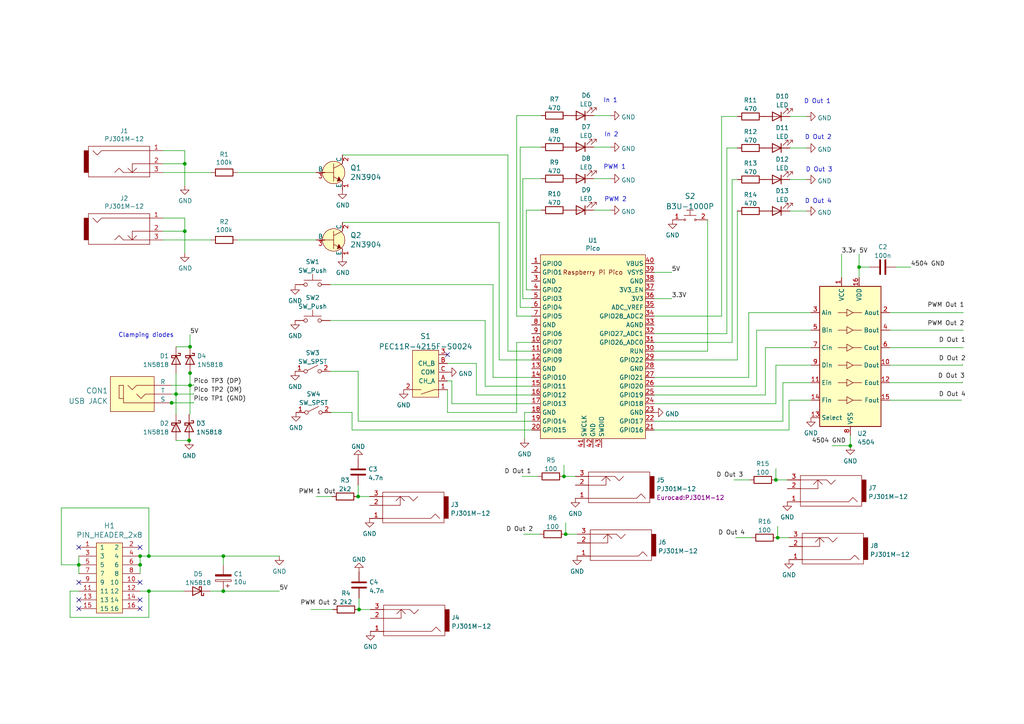
<source format=kicad_sch>
(kicad_sch (version 20211123) (generator eeschema)
  (paper "A4")
  (lib_symbols
    (symbol "4xxx:4504"
      (property "Reference" "U" (at -7.62 21.59 0))
      (property "Value" "4504" (at 6.35 21.59 0))
      (symbol "4504_0_1"
        (polyline (pts (xy -3.556 -12.7) (xy -1.016 -12.7)))
        (polyline (pts (xy -3.556 -7.62) (xy -1.016 -7.62)))
        (polyline (pts (xy -3.556 -2.54) (xy -1.016 -2.54)))
        (polyline (pts (xy -3.556 2.54) (xy -1.016 2.54)))
        (polyline (pts (xy -3.556 7.62) (xy -1.016 7.62)))
        (polyline (pts (xy -3.556 12.7) (xy -1.016 12.7)))
        (polyline (pts (xy 0.762 -12.7) (xy 3.302 -12.7)))
        (polyline (pts (xy 0.762 -7.62) (xy 3.302 -7.62)))
        (polyline (pts (xy 0.762 -2.54) (xy 3.302 -2.54)))
        (polyline (pts (xy 0.762 2.54) (xy 3.302 2.54)))
        (polyline (pts (xy 0.762 7.62) (xy 3.302 7.62)))
        (polyline (pts (xy 0.762 12.7) (xy 3.302 12.7)))
      )
      (symbol "4504_1_1"
        (rectangle (start -8.89 20.32) (end 8.89 -20.32) (stroke (width 0.254)) (fill (type background)))
        (polyline (pts (xy 0.762 -12.7) (xy -1.016 -13.716) (xy -1.016 -11.684) (xy 0.762 -12.7)))
        (polyline (pts (xy 0.762 -7.62) (xy -1.016 -8.636) (xy -1.016 -6.604) (xy 0.762 -7.62)))
        (polyline (pts (xy 0.762 -2.54) (xy -1.016 -3.556) (xy -1.016 -1.524) (xy 0.762 -2.54)))
        (polyline (pts (xy 0.762 2.54) (xy -1.016 1.524) (xy -1.016 3.556) (xy 0.762 2.54)))
        (polyline (pts (xy 0.762 7.62) (xy -1.016 6.604) (xy -1.016 8.636) (xy 0.762 7.62)))
        (polyline (pts (xy 0.762 12.7) (xy -1.016 11.684) (xy -1.016 13.716) (xy 0.762 12.7)))
        (pin power_in line (at -2.54 22.86 270) (length 2.54) (name "VCC") (number "1"))
        (pin output line (at 11.43 -2.54 180) (length 2.54) (name "Dout") (number "10"))
        (pin input line (at -11.43 -7.62 0) (length 2.54) (name "Ein") (number "11"))
        (pin output line (at 11.43 -7.62 180) (length 2.54) (name "Eout") (number "12"))
        (pin input line (at -11.43 -17.78 0) (length 2.54) (name "Select") (number "13"))
        (pin input line (at -11.43 -12.7 0) (length 2.54) (name "Fin") (number "14"))
        (pin output line (at 11.43 -12.7 180) (length 2.54) (name "Fout") (number "15"))
        (pin power_in line (at 2.54 22.86 270) (length 2.54) (name "VDD") (number "16"))
        (pin output line (at 11.43 12.7 180) (length 2.54) (name "Aout") (number "2"))
        (pin input line (at -11.43 12.7 0) (length 2.54) (name "Ain") (number "3"))
        (pin output line (at 11.43 7.62 180) (length 2.54) (name "Bout") (number "4"))
        (pin input line (at -11.43 7.62 0) (length 2.54) (name "Bin") (number "5"))
        (pin output line (at 11.43 2.54 180) (length 2.54) (name "Cout") (number "6"))
        (pin input line (at -11.43 2.54 0) (length 2.54) (name "Cin") (number "7"))
        (pin power_in line (at 0 -22.86 90) (length 2.54) (name "VSS") (number "8"))
        (pin input line (at -11.43 -2.54 0) (length 2.54) (name "Din") (number "9"))
      )
    )
    (symbol "Device:C" (pin_numbers hide) (pin_names (offset 0.254))
      (property "Reference" "C" (at 0.635 2.54 0))
      (property "Value" "C" (at 0.635 -2.54 0))
      (symbol "C_0_1"
        (polyline (pts (xy -2.032 -0.762) (xy 2.032 -0.762)) (stroke (width 0.508)))
        (polyline (pts (xy -2.032 0.762) (xy 2.032 0.762)) (stroke (width 0.508)))
      )
      (symbol "C_1_1"
        (pin passive line (at 0 3.81 270) (length 2.794) (name "~") (number "1"))
        (pin passive line (at 0 -3.81 90) (length 2.794) (name "~") (number "2"))
      )
    )
    (symbol "Device:CP" (pin_numbers hide) (pin_names (offset 0.254))
      (property "Reference" "C" (at 0.635 2.54 0))
      (property "Value" "Device_CP" (at 0.635 -2.54 0))
      (symbol "CP_0_1"
        (rectangle (start -2.286 0.508) (end 2.286 1.016))
        (polyline (pts (xy -1.778 2.286) (xy -0.762 2.286)))
        (polyline (pts (xy -1.27 2.794) (xy -1.27 1.778)))
        (rectangle (start 2.286 -0.508) (end -2.286 -1.016) (fill (type outline)))
      )
      (symbol "CP_1_1"
        (pin passive line (at 0 3.81 270) (length 2.794) (name "~") (number "1"))
        (pin passive line (at 0 -3.81 90) (length 2.794) (name "~") (number "2"))
      )
    )
    (symbol "Device:LED" (pin_numbers hide) (pin_names (offset 1.016) hide)
      (property "Reference" "D" (at 0 2.54 0))
      (property "Value" "LED" (at 0 -2.54 0))
      (symbol "LED_0_1"
        (polyline (pts (xy -1.27 -1.27) (xy -1.27 1.27)) (stroke (width 0.254)))
        (polyline (pts (xy -1.27 0) (xy 1.27 0)))
        (polyline (pts (xy 1.27 -1.27) (xy 1.27 1.27) (xy -1.27 0) (xy 1.27 -1.27)) (stroke (width 0.254)))
        (polyline (pts (xy -3.048 -0.762) (xy -4.572 -2.286) (xy -3.81 -2.286) (xy -4.572 -2.286) (xy -4.572 -1.524)))
        (polyline (pts (xy -1.778 -0.762) (xy -3.302 -2.286) (xy -2.54 -2.286) (xy -3.302 -2.286) (xy -3.302 -1.524)))
      )
      (symbol "LED_1_1"
        (pin passive line (at -3.81 0 0) (length 2.54) (name "K") (number "1"))
        (pin passive line (at 3.81 0 180) (length 2.54) (name "A") (number "2"))
      )
    )
    (symbol "Device:R" (pin_numbers hide) (pin_names (offset 0))
      (property "Reference" "R" (at 2.032 0 90))
      (property "Value" "R" (at 0 0 90))
      (symbol "R_0_1"
        (rectangle (start -1.016 -2.54) (end 1.016 2.54) (stroke (width 0.254)))
      )
      (symbol "R_1_1"
        (pin passive line (at 0 3.81 270) (length 1.27) (name "~") (number "1"))
        (pin passive line (at 0 -3.81 90) (length 1.27) (name "~") (number "2"))
      )
    )
    (symbol "Diode:1N5818" (pin_numbers hide) (pin_names (offset 1.016) hide)
      (property "Reference" "D" (at 0 2.54 0))
      (property "Value" "1N5818" (at 0 -2.54 0))
      (symbol "1N5818_0_1"
        (polyline (pts (xy 1.27 0) (xy -1.27 0)))
        (polyline (pts (xy 1.27 1.27) (xy 1.27 -1.27) (xy -1.27 0) (xy 1.27 1.27)) (stroke (width 0.254)))
        (polyline (pts (xy -1.905 0.635) (xy -1.905 1.27) (xy -1.27 1.27) (xy -1.27 -1.27) (xy -0.635 -1.27) (xy -0.635 -0.635)) (stroke (width 0.254)))
      )
      (symbol "1N5818_1_1"
        (pin passive line (at -3.81 0 0) (length 2.54) (name "K") (number "1"))
        (pin passive line (at 3.81 0 180) (length 2.54) (name "A") (number "2"))
      )
    )
    (symbol "MCU_RaspberryPi_and_Boards:Pico"
      (property "Reference" "U" (at -13.97 27.94 0))
      (property "Value" "MCU_RaspberryPi_and_Boards_Pico" (at 0 19.05 0))
      (symbol "Pico_0_0"
        (text "Raspberry Pi Pico" (at 0 21.59 0) (effects (font (size 1.27 1.27))))
      )
      (symbol "Pico_0_1"
        (rectangle (start -15.24 26.67) (end 15.24 -26.67) (fill (type background)))
      )
      (symbol "Pico_1_1"
        (pin bidirectional line (at -17.78 24.13 0) (length 2.54) (name "GPIO0") (number "1"))
        (pin bidirectional line (at -17.78 1.27 0) (length 2.54) (name "GPIO7") (number "10"))
        (pin bidirectional line (at -17.78 -1.27 0) (length 2.54) (name "GPIO8") (number "11"))
        (pin bidirectional line (at -17.78 -3.81 0) (length 2.54) (name "GPIO9") (number "12"))
        (pin power_in line (at -17.78 -6.35 0) (length 2.54) (name "GND") (number "13"))
        (pin bidirectional line (at -17.78 -8.89 0) (length 2.54) (name "GPIO10") (number "14"))
        (pin bidirectional line (at -17.78 -11.43 0) (length 2.54) (name "GPIO11") (number "15"))
        (pin bidirectional line (at -17.78 -13.97 0) (length 2.54) (name "GPIO12") (number "16"))
        (pin bidirectional line (at -17.78 -16.51 0) (length 2.54) (name "GPIO13") (number "17"))
        (pin power_in line (at -17.78 -19.05 0) (length 2.54) (name "GND") (number "18"))
        (pin bidirectional line (at -17.78 -21.59 0) (length 2.54) (name "GPIO14") (number "19"))
        (pin bidirectional line (at -17.78 21.59 0) (length 2.54) (name "GPIO1") (number "2"))
        (pin bidirectional line (at -17.78 -24.13 0) (length 2.54) (name "GPIO15") (number "20"))
        (pin bidirectional line (at 17.78 -24.13 180) (length 2.54) (name "GPIO16") (number "21"))
        (pin bidirectional line (at 17.78 -21.59 180) (length 2.54) (name "GPIO17") (number "22"))
        (pin power_in line (at 17.78 -19.05 180) (length 2.54) (name "GND") (number "23"))
        (pin bidirectional line (at 17.78 -16.51 180) (length 2.54) (name "GPIO18") (number "24"))
        (pin bidirectional line (at 17.78 -13.97 180) (length 2.54) (name "GPIO19") (number "25"))
        (pin bidirectional line (at 17.78 -11.43 180) (length 2.54) (name "GPIO20") (number "26"))
        (pin bidirectional line (at 17.78 -8.89 180) (length 2.54) (name "GPIO21") (number "27"))
        (pin power_in line (at 17.78 -6.35 180) (length 2.54) (name "GND") (number "28"))
        (pin bidirectional line (at 17.78 -3.81 180) (length 2.54) (name "GPIO22") (number "29"))
        (pin power_in line (at -17.78 19.05 0) (length 2.54) (name "GND") (number "3"))
        (pin input line (at 17.78 -1.27 180) (length 2.54) (name "RUN") (number "30"))
        (pin bidirectional line (at 17.78 1.27 180) (length 2.54) (name "GPIO26_ADC0") (number "31"))
        (pin bidirectional line (at 17.78 3.81 180) (length 2.54) (name "GPIO27_ADC1") (number "32"))
        (pin power_in line (at 17.78 6.35 180) (length 2.54) (name "AGND") (number "33"))
        (pin bidirectional line (at 17.78 8.89 180) (length 2.54) (name "GPIO28_ADC2") (number "34"))
        (pin power_in line (at 17.78 11.43 180) (length 2.54) (name "ADC_VREF") (number "35"))
        (pin power_in line (at 17.78 13.97 180) (length 2.54) (name "3V3") (number "36"))
        (pin input line (at 17.78 16.51 180) (length 2.54) (name "3V3_EN") (number "37"))
        (pin bidirectional line (at 17.78 19.05 180) (length 2.54) (name "GND") (number "38"))
        (pin power_in line (at 17.78 21.59 180) (length 2.54) (name "VSYS") (number "39"))
        (pin bidirectional line (at -17.78 16.51 0) (length 2.54) (name "GPIO2") (number "4"))
        (pin power_in line (at 17.78 24.13 180) (length 2.54) (name "VBUS") (number "40"))
        (pin input line (at -2.54 -29.21 90) (length 2.54) (name "SWCLK") (number "41"))
        (pin power_in line (at 0 -29.21 90) (length 2.54) (name "GND") (number "42"))
        (pin bidirectional line (at 2.54 -29.21 90) (length 2.54) (name "SWDIO") (number "43"))
        (pin bidirectional line (at -17.78 13.97 0) (length 2.54) (name "GPIO3") (number "5"))
        (pin bidirectional line (at -17.78 11.43 0) (length 2.54) (name "GPIO4") (number "6"))
        (pin bidirectional line (at -17.78 8.89 0) (length 2.54) (name "GPIO5") (number "7"))
        (pin power_in line (at -17.78 6.35 0) (length 2.54) (name "GND") (number "8"))
        (pin bidirectional line (at -17.78 3.81 0) (length 2.54) (name "GPIO6") (number "9"))
      )
    )
    (symbol "PJ301M-12_1" (pin_names (offset 1.016))
      (property "Reference" "J" (at -8.89 -5.08 0))
      (property "Value" "PJ301M-12_1" (at -3.81 6.35 0))
      (symbol "PJ301M-12_1_0_1"
        (rectangle (start -11.43 3.81) (end -10.16 -2.54) (fill (type outline)))
        (polyline (pts (xy 3.81 0) (xy 7.62 0) (xy 7.62 0)))
        (polyline (pts (xy 0 -2.54) (xy -1.27 -1.27) (xy -2.54 -2.54) (xy -2.54 -2.54)))
        (polyline (pts (xy 0 -2.54) (xy 7.62 -2.54) (xy 7.62 -2.54) (xy 7.62 -2.54)))
        (polyline (pts (xy 1.27 -1.27) (xy 2.54 -2.54) (xy 3.81 -1.27) (xy 3.81 -1.27)))
        (polyline (pts (xy 3.81 0) (xy 2.54 0) (xy 2.54 -2.54) (xy 2.54 -2.54)))
        (polyline (pts (xy 7.62 3.81) (xy -6.35 3.81) (xy -7.62 2.54) (xy -8.89 3.81) (xy -8.89 3.81)))
        (rectangle (start 7.62 -3.81) (end -10.16 5.08))
      )
      (symbol "PJ301M-12_1_1_1"
        (pin passive line (at 11.43 3.81 180) (length 3.81) (name "~") (number "1"))
        (pin passive line (at 11.43 0 180) (length 3.81) (name "~") (number "2"))
        (pin passive line (at 11.43 -2.54 180) (length 3.81) (name "~") (number "3"))
      )
    )
    (symbol "Switch:SW_Push" (pin_numbers hide) (pin_names (offset 1.016) hide)
      (property "Reference" "SW" (at 1.27 2.54 0))
      (property "Value" "SW_Push" (at 0 -1.524 0))
      (symbol "SW_Push_0_1"
        (circle (center -2.032 0) (radius 0.508))
        (polyline (pts (xy 0 1.27) (xy 0 3.048)))
        (polyline (pts (xy 2.54 1.27) (xy -2.54 1.27)))
        (circle (center 2.032 0) (radius 0.508))
        (pin passive line (at -5.08 0 0) (length 2.54) (name "1") (number "1"))
        (pin passive line (at 5.08 0 180) (length 2.54) (name "2") (number "2"))
      )
    )
    (symbol "Switch:SW_SPST" (pin_names (offset 0) hide)
      (property "Reference" "SW" (at 0 3.175 0))
      (property "Value" "SW_SPST" (at 0 -2.54 0))
      (symbol "SW_SPST_0_0"
        (circle (center -2.032 0) (radius 0.508))
        (polyline (pts (xy -1.524 0.254) (xy 1.524 1.778)))
        (circle (center 2.032 0) (radius 0.508))
      )
      (symbol "SW_SPST_1_1"
        (pin passive line (at -5.08 0 0) (length 2.54) (name "A") (number "1"))
        (pin passive line (at 5.08 0 180) (length 2.54) (name "B") (number "2"))
      )
    )
    (symbol "dk_Barrel-Audio-Connectors:SJ-3523-SMT-TR" (pin_numbers hide) (pin_names (offset 0))
      (property "Reference" "CON" (at -7.62 6.35 0))
      (property "Value" "SJ-3523-SMT-TR" (at -1.27 -6.35 0))
      (symbol "SJ-3523-SMT-TR_0_1"
        (polyline (pts (xy 5.08 0) (xy 2.54 0) (xy 1.27 -1.27) (xy 0 0)))
        (polyline (pts (xy 5.08 2.54) (xy 0 2.54) (xy -1.27 1.27) (xy -2.54 2.54)))
        (polyline (pts (xy 5.08 -2.54) (xy -3.81 -2.54) (xy -3.81 2.54) (xy -5.08 2.54) (xy -5.08 -1.27) (xy -3.81 -1.27)))
        (rectangle (start 5.08 5.08) (end -7.62 -5.08) (fill (type background)))
      )
      (symbol "SJ-3523-SMT-TR_1_1"
        (pin passive line (at 10.16 -2.54 180) (length 5.08) (name "S") (number "1"))
        (pin passive line (at 10.16 0 180) (length 5.08) (name "T") (number "2"))
        (pin passive line (at 10.16 2.54 180) (length 5.08) (name "R") (number "3"))
      )
    )
    (symbol "dk_Encoders:PEC11R-4215F-S0024" (pin_names (offset 1.016))
      (property "Reference" "S" (at -1.27 5.715 0))
      (property "Value" "PEC11R-4215F-S0024" (at -1.27 -9.906 0))
      (symbol "PEC11R-4215F-S0024_0_1"
        (rectangle (start -5.08 4.699) (end 2.54 -8.89) (fill (type background)))
        (polyline (pts (xy 0 2.54) (xy 2.54 2.54)))
        (polyline (pts (xy -5.08 2.54) (xy -3.81 2.54) (xy 0 3.81)))
      )
      (symbol "PEC11R-4215F-S0024_1_1"
        (pin bidirectional line (at -7.62 2.54 0) (length 2.54) (name "~") (number "1"))
        (pin bidirectional line (at 5.08 2.54 180) (length 2.54) (name "~") (number "2"))
        (pin unspecified line (at -7.62 -7.62 0) (length 2.54) (name "~") (number "3"))
        (pin bidirectional line (at -7.62 0 0) (length 2.54) (name "CH_A") (number "A"))
        (pin bidirectional line (at -7.62 -5.08 0) (length 2.54) (name "CH_B") (number "B"))
        (pin input line (at -7.62 -2.54 0) (length 2.54) (name "COM") (number "C"))
      )
    )
    (symbol "dk_Tactile-Switches:B3U-1000P" (pin_names (offset 1.016))
      (property "Reference" "S" (at 0 4.064 0))
      (property "Value" "B3U-1000P" (at 0 -2.54 0))
      (symbol "B3U-1000P_0_1"
        (circle (center -1.524 0) (radius 0.254))
        (polyline (pts (xy -2.54 0) (xy -1.778 0)))
        (polyline (pts (xy -1.778 1.27) (xy 1.778 1.27)))
        (polyline (pts (xy -1.016 2.794) (xy 1.016 2.794)))
        (polyline (pts (xy 0 1.27) (xy 0 2.794)))
        (polyline (pts (xy 2.54 0) (xy 1.778 0)))
        (circle (center 1.524 0) (radius 0.254))
      )
      (symbol "B3U-1000P_1_1"
        (pin passive line (at -5.08 0 0) (length 2.54) (name "~") (number "1"))
        (pin passive line (at 5.08 0 180) (length 2.54) (name "~") (number "2"))
      )
    )
    (symbol "dk_Transistors-Bipolar-BJT-Single:2N3904" (pin_names (offset 0))
      (property "Reference" "Q" (at -3.2004 4.2164 0))
      (property "Value" "dk_Transistors-Bipolar-BJT-Single_2N3904" (at 5.2324 0 90))
      (symbol "2N3904_0_1"
        (polyline (pts (xy -3.81 0) (xy -2.54 0)))
        (polyline (pts (xy -3.556 0) (xy 0 0)))
        (polyline (pts (xy 0 -1.27) (xy 2.54 -2.54)))
        (polyline (pts (xy 0 1.27) (xy 2.54 2.54)))
        (polyline (pts (xy 0 2.54) (xy 0 -2.54)))
        (polyline (pts (xy 1.524 -1.27) (xy 2.032 -2.286) (xy 1.016 -2.54) (xy 1.524 -1.27)) (fill (type outline)))
        (circle (center 0 0) (radius 3.2512) (fill (type background)))
      )
      (symbol "2N3904_1_1"
        (pin passive line (at 2.54 -5.08 90) (length 2.54) (name "E") (number "1"))
        (pin passive line (at 2.54 5.08 270) (length 2.54) (name "C") (number "2"))
        (pin input line (at -5.08 0 0) (length 2.54) (name "B") (number "3"))
      )
    )
    (symbol "eurocad:PIN_HEADER_2x8" (pin_names (offset 1.016))
      (property "Reference" "H" (at 0 -11.43 0))
      (property "Value" "eurocad_PIN_HEADER_2x8" (at 0 11.43 0))
      (symbol "PIN_HEADER_2x8_0_1"
        (rectangle (start -3.81 10.16) (end 3.81 -10.16) (fill (type background)))
      )
      (symbol "PIN_HEADER_2x8_1_1"
        (pin bidirectional line (at -8.89 8.89 0) (length 5.08) (name "1") (number "1"))
        (pin bidirectional line (at 8.89 -1.27 180) (length 5.08) (name "10") (number "10"))
        (pin bidirectional line (at -8.89 -3.81 0) (length 5.08) (name "11") (number "11"))
        (pin bidirectional line (at 8.89 -3.81 180) (length 5.08) (name "12") (number "12"))
        (pin bidirectional line (at -8.89 -6.35 0) (length 5.08) (name "13") (number "13"))
        (pin bidirectional line (at 8.89 -6.35 180) (length 5.08) (name "14") (number "14"))
        (pin bidirectional line (at -8.89 -8.89 0) (length 5.08) (name "15") (number "15"))
        (pin bidirectional line (at 8.89 -8.89 180) (length 5.08) (name "16") (number "16"))
        (pin bidirectional line (at 8.89 8.89 180) (length 5.08) (name "2") (number "2"))
        (pin bidirectional line (at -8.89 6.35 0) (length 5.08) (name "3") (number "3"))
        (pin bidirectional line (at 8.89 6.35 180) (length 5.08) (name "4") (number "4"))
        (pin bidirectional line (at -8.89 3.81 0) (length 5.08) (name "5") (number "5"))
        (pin bidirectional line (at 8.89 3.81 180) (length 5.08) (name "6") (number "6"))
        (pin bidirectional line (at -8.89 1.27 0) (length 5.08) (name "7") (number "7"))
        (pin bidirectional line (at 8.89 1.27 180) (length 5.08) (name "8") (number "8"))
        (pin bidirectional line (at -8.89 -1.27 0) (length 5.08) (name "9") (number "9"))
      )
    )
    (symbol "eurocad:PJ301M-12" (pin_names (offset 1.016))
      (property "Reference" "J" (at -8.89 -5.08 0))
      (property "Value" "eurocad_PJ301M-12" (at -3.81 6.35 0))
      (symbol "PJ301M-12_0_1"
        (rectangle (start -11.43 3.81) (end -10.16 -2.54) (fill (type outline)))
        (polyline (pts (xy 3.81 0) (xy 7.62 0) (xy 7.62 0)))
        (polyline (pts (xy 0 -2.54) (xy -1.27 -1.27) (xy -2.54 -2.54) (xy -2.54 -2.54)))
        (polyline (pts (xy 0 -2.54) (xy 7.62 -2.54) (xy 7.62 -2.54) (xy 7.62 -2.54)))
        (polyline (pts (xy 1.27 -1.27) (xy 2.54 -2.54) (xy 3.81 -1.27) (xy 3.81 -1.27)))
        (polyline (pts (xy 3.81 0) (xy 2.54 0) (xy 2.54 -2.54) (xy 2.54 -2.54)))
        (polyline (pts (xy 7.62 3.81) (xy -6.35 3.81) (xy -7.62 2.54) (xy -8.89 3.81) (xy -8.89 3.81)))
        (rectangle (start 7.62 -3.81) (end -10.16 5.08))
      )
      (symbol "PJ301M-12_1_1"
        (pin passive line (at 11.43 3.81 180) (length 3.81) (name "~") (number "1"))
        (pin passive line (at 11.43 0 180) (length 3.81) (name "~") (number "2"))
        (pin passive line (at 11.43 -2.54 180) (length 3.81) (name "~") (number "3"))
      )
    )
    (symbol "power:GND" (power) (pin_names (offset 0))
      (property "Value" "GND" (at 0 -3.81 0))
      (symbol "GND_0_1"
        (polyline (pts (xy 0 0) (xy 0 -1.27) (xy 1.27 -1.27) (xy 0 -2.54) (xy -1.27 -1.27) (xy 0 -1.27)))
      )
      (symbol "GND_1_1"
        (pin power_in line (at 0 0 270) (length 0) hide (name "GND") (number "1"))
      )
    )
  )
  (junction (at 43.18 171.45))
  (junction (at 22.86 163.83))
  (junction (at 55.118 100.584))
  (junction (at 64.77 171.45))
  (junction (at 55.118 111.76))
  (junction (at 40.64 163.83))
  (junction (at 225.044 139.192))
  (junction (at 55.118 108.204))
  (junction (at 53.594 67.056))
  (junction (at 53.594 47.498))
  (junction (at 49.784 116.84))
  (junction (at 54.864 127.762))
  (junction (at 249.174 77.47))
  (junction (at 43.18 161.29))
  (junction (at 51.054 114.3))
  (junction (at 104.14 176.784))
  (junction (at 40.64 161.29))
  (junction (at 246.634 129.286))
  (junction (at 103.886 144.018))
  (junction (at 64.77 161.29))
  (junction (at 163.576 138.176))
  (junction (at 164.084 154.94))
  (junction (at 225.552 155.956))
  (no_connect (at 129.794 102.87))
  (no_connect (at 22.86 173.99))
  (no_connect (at 22.86 176.53))
  (no_connect (at 22.86 168.91))
  (no_connect (at 40.64 173.99))
  (no_connect (at 40.64 158.75))
  (no_connect (at 22.86 158.75))
  (no_connect (at 40.64 168.91))
  (no_connect (at 40.64 176.53))
  (wire (pts (xy 55.118 107.95) (xy 55.118 108.204)))
  (wire (pts (xy 103.886 122.174) (xy 154.178 122.174)))
  (wire (pts (xy 20.32 171.45) (xy 20.32 179.07)))
  (wire (pts (xy 144.78 64.516) (xy 144.78 104.394)))
  (wire (pts (xy 225.044 135.89) (xy 225.044 139.192)))
  (wire (pts (xy 221.996 114.554) (xy 189.738 114.554)))
  (wire (pts (xy 143.002 82.55) (xy 95.758 82.55)))
  (wire (pts (xy 43.18 147.32) (xy 43.18 161.29)))
  (wire (pts (xy 212.344 52.07) (xy 212.344 99.314)))
  (wire (pts (xy 189.738 96.774) (xy 210.82 96.774)))
  (wire (pts (xy 189.738 86.614) (xy 194.818 86.614)))
  (wire (pts (xy 102.108 119.634) (xy 102.108 124.714)))
  (wire (pts (xy 212.344 99.314) (xy 189.738 99.314)))
  (wire (pts (xy 259.842 77.47) (xy 264.16 77.47)))
  (wire (pts (xy 152.654 84.074) (xy 154.178 84.074)))
  (wire (pts (xy 229.108 33.782) (xy 233.934 33.782)))
  (wire (pts (xy 209.296 33.782) (xy 209.296 91.694)))
  (wire (pts (xy 140.716 92.964) (xy 140.716 112.014)))
  (wire (pts (xy 20.32 179.07) (xy 43.18 179.07)))
  (wire (pts (xy 129.794 119.634) (xy 129.794 113.03)))
  (wire (pts (xy 246.634 126.238) (xy 246.634 129.286)))
  (wire (pts (xy 164.084 151.638) (xy 164.084 154.94)))
  (wire (pts (xy 131.064 117.094) (xy 131.064 110.49)))
  (wire (pts (xy 49.784 114.3) (xy 51.054 114.3)))
  (wire (pts (xy 91.694 144.018) (xy 96.266 144.018)))
  (wire (pts (xy 131.064 117.094) (xy 154.178 117.094)))
  (wire (pts (xy 147.32 101.854) (xy 154.178 101.854)))
  (wire (pts (xy 227.076 110.998) (xy 235.204 110.998)))
  (wire (pts (xy 189.738 112.014) (xy 219.456 112.014)))
  (wire (pts (xy 151.638 86.614) (xy 151.638 51.816)))
  (wire (pts (xy 189.738 124.714) (xy 228.854 124.714)))
  (wire (pts (xy 225.044 117.094) (xy 225.044 105.918)))
  (wire (pts (xy 212.852 139.192) (xy 217.424 139.192)))
  (wire (pts (xy 143.002 109.474) (xy 143.002 82.55)))
  (wire (pts (xy 17.78 147.32) (xy 43.18 147.32)))
  (wire (pts (xy 129.794 119.634) (xy 149.86 119.634)))
  (wire (pts (xy 147.32 44.958) (xy 147.32 101.854)))
  (wire (pts (xy 47.244 47.498) (xy 53.594 47.498)))
  (wire (pts (xy 102.108 124.714) (xy 154.178 124.714)))
  (wire (pts (xy 40.64 163.83) (xy 40.64 166.37)))
  (wire (pts (xy 225.044 139.192) (xy 228.346 139.192)))
  (wire (pts (xy 221.996 100.838) (xy 221.996 114.554)))
  (wire (pts (xy 156.972 60.96) (xy 152.654 60.96)))
  (wire (pts (xy 163.576 138.176) (xy 166.878 138.176)))
  (wire (pts (xy 40.64 171.45) (xy 43.18 171.45)))
  (wire (pts (xy 144.78 104.394) (xy 154.178 104.394)))
  (wire (pts (xy 56.134 114.046) (xy 56.134 114.3)))
  (wire (pts (xy 225.552 152.654) (xy 225.552 155.956)))
  (wire (pts (xy 68.834 50.038) (xy 91.694 50.038)))
  (wire (pts (xy 249.174 73.66) (xy 249.174 77.47)))
  (wire (pts (xy 209.296 91.694) (xy 189.738 91.694)))
  (wire (pts (xy 138.176 114.554) (xy 138.176 105.41)))
  (wire (pts (xy 64.77 171.45) (xy 81.026 171.45)))
  (wire (pts (xy 219.456 95.758) (xy 235.204 95.758)))
  (wire (pts (xy 228.854 124.714) (xy 228.854 116.078)))
  (wire (pts (xy 258.064 100.838) (xy 279.4 100.838)))
  (wire (pts (xy 95.758 92.964) (xy 140.716 92.964)))
  (wire (pts (xy 205.232 101.854) (xy 205.232 63.754)))
  (wire (pts (xy 154.178 109.474) (xy 143.002 109.474)))
  (wire (pts (xy 217.17 90.678) (xy 235.204 90.678)))
  (wire (pts (xy 149.86 33.528) (xy 156.972 33.528)))
  (wire (pts (xy 99.314 64.516) (xy 144.78 64.516)))
  (wire (pts (xy 189.738 122.174) (xy 227.076 122.174)))
  (wire (pts (xy 53.594 63.246) (xy 47.244 63.246)))
  (wire (pts (xy 99.314 44.958) (xy 147.32 44.958)))
  (wire (pts (xy 258.064 110.998) (xy 279.146 110.998)))
  (wire (pts (xy 43.18 171.45) (xy 53.34 171.45)))
  (wire (pts (xy 55.118 111.76) (xy 56.134 111.76)))
  (wire (pts (xy 55.118 108.204) (xy 55.118 111.76)))
  (wire (pts (xy 95.758 107.696) (xy 103.886 107.696)))
  (wire (pts (xy 279.146 110.744) (xy 279.146 110.998)))
  (wire (pts (xy 55.118 120.142) (xy 55.118 111.76)))
  (wire (pts (xy 51.054 114.3) (xy 51.054 120.142)))
  (wire (pts (xy 90.17 176.784) (xy 96.52 176.784)))
  (wire (pts (xy 229.108 61.214) (xy 233.934 61.214)))
  (wire (pts (xy 225.552 155.956) (xy 228.854 155.956)))
  (wire (pts (xy 53.594 43.688) (xy 47.244 43.688)))
  (wire (pts (xy 210.82 42.926) (xy 213.868 42.926)))
  (wire (pts (xy 49.784 116.84) (xy 56.134 116.84)))
  (wire (pts (xy 189.738 109.474) (xy 217.17 109.474)))
  (wire (pts (xy 22.86 161.29) (xy 22.86 163.83)))
  (wire (pts (xy 22.86 163.83) (xy 17.78 163.83)))
  (wire (pts (xy 258.064 90.678) (xy 279.4 90.678)))
  (wire (pts (xy 51.054 108.204) (xy 51.054 114.3)))
  (wire (pts (xy 150.876 42.672) (xy 156.972 42.672)))
  (wire (pts (xy 22.86 163.83) (xy 22.86 166.37)))
  (wire (pts (xy 229.108 52.07) (xy 233.934 52.07)))
  (wire (pts (xy 56.134 116.586) (xy 56.134 116.84)))
  (wire (pts (xy 249.174 77.47) (xy 249.174 80.518)))
  (wire (pts (xy 241.3 129.286) (xy 246.634 129.286)))
  (wire (pts (xy 227.076 122.174) (xy 227.076 110.998)))
  (wire (pts (xy 213.868 33.782) (xy 209.296 33.782)))
  (wire (pts (xy 172.212 51.816) (xy 177.038 51.816)))
  (wire (pts (xy 225.044 105.918) (xy 235.204 105.918)))
  (wire (pts (xy 17.78 163.83) (xy 17.78 147.32)))
  (wire (pts (xy 189.738 104.394) (xy 213.868 104.394)))
  (wire (pts (xy 152.146 127.254) (xy 152.146 119.634)))
  (wire (pts (xy 64.77 161.29) (xy 64.77 163.83)))
  (wire (pts (xy 154.178 86.614) (xy 151.638 86.614)))
  (wire (pts (xy 152.654 60.96) (xy 152.654 84.074)))
  (wire (pts (xy 249.174 77.47) (xy 252.222 77.47)))
  (wire (pts (xy 53.594 63.246) (xy 53.594 67.056)))
  (wire (pts (xy 40.64 161.29) (xy 43.18 161.29)))
  (wire (pts (xy 152.146 119.634) (xy 154.178 119.634)))
  (wire (pts (xy 151.384 138.176) (xy 155.956 138.176)))
  (wire (pts (xy 22.86 171.45) (xy 20.32 171.45)))
  (wire (pts (xy 172.212 60.96) (xy 177.038 60.96)))
  (wire (pts (xy 47.244 69.596) (xy 61.214 69.596)))
  (wire (pts (xy 104.14 176.784) (xy 107.442 176.784)))
  (wire (pts (xy 149.86 119.634) (xy 149.86 99.314)))
  (wire (pts (xy 51.054 127.762) (xy 54.864 127.762)))
  (wire (pts (xy 163.576 134.874) (xy 163.576 138.176)))
  (wire (pts (xy 64.77 161.29) (xy 81.026 161.29)))
  (wire (pts (xy 258.064 95.758) (xy 279.4 95.758)))
  (wire (pts (xy 68.834 69.596) (xy 91.694 69.596)))
  (wire (pts (xy 104.14 173.482) (xy 104.14 176.784)))
  (wire (pts (xy 103.886 107.696) (xy 103.886 122.174)))
  (wire (pts (xy 213.36 155.956) (xy 217.932 155.956)))
  (wire (pts (xy 151.638 51.816) (xy 156.972 51.816)))
  (wire (pts (xy 51.054 100.584) (xy 55.118 100.584)))
  (wire (pts (xy 43.18 179.07) (xy 43.18 171.45)))
  (wire (pts (xy 96.012 119.634) (xy 102.108 119.634)))
  (wire (pts (xy 150.876 89.154) (xy 150.876 42.672)))
  (wire (pts (xy 258.064 105.918) (xy 279.146 105.918)))
  (wire (pts (xy 244.094 73.66) (xy 244.094 80.518)))
  (wire (pts (xy 49.53 116.84) (xy 49.784 116.84)))
  (wire (pts (xy 189.738 117.094) (xy 225.044 117.094)))
  (wire (pts (xy 235.204 100.838) (xy 221.996 100.838)))
  (wire (pts (xy 40.64 161.29) (xy 40.64 163.83)))
  (wire (pts (xy 279.146 105.664) (xy 279.146 105.918)))
  (wire (pts (xy 213.868 104.394) (xy 213.868 61.214)))
  (wire (pts (xy 53.594 47.498) (xy 53.594 53.848)))
  (wire (pts (xy 64.77 171.45) (xy 60.96 171.45)))
  (wire (pts (xy 56.134 111.506) (xy 56.134 111.76)))
  (wire (pts (xy 138.176 105.41) (xy 129.794 105.41)))
  (wire (pts (xy 51.054 114.3) (xy 56.134 114.3)))
  (wire (pts (xy 149.86 91.694) (xy 149.86 33.528)))
  (wire (pts (xy 229.108 42.926) (xy 233.934 42.926)))
  (wire (pts (xy 172.212 33.528) (xy 177.038 33.528)))
  (wire (pts (xy 154.178 89.154) (xy 150.876 89.154)))
  (wire (pts (xy 47.244 50.038) (xy 61.214 50.038)))
  (wire (pts (xy 194.818 78.994) (xy 189.738 78.994)))
  (wire (pts (xy 53.594 43.688) (xy 53.594 47.498)))
  (wire (pts (xy 228.854 116.078) (xy 235.204 116.078)))
  (wire (pts (xy 172.212 42.672) (xy 177.038 42.672)))
  (wire (pts (xy 53.594 67.056) (xy 53.594 73.406)))
  (wire (pts (xy 49.784 111.76) (xy 55.118 111.76)))
  (wire (pts (xy 103.886 144.018) (xy 107.188 144.018)))
  (wire (pts (xy 103.886 140.716) (xy 103.886 144.018)))
  (wire (pts (xy 43.18 161.29) (xy 64.77 161.29)))
  (wire (pts (xy 217.17 109.474) (xy 217.17 90.678)))
  (wire (pts (xy 47.244 67.056) (xy 53.594 67.056)))
  (wire (pts (xy 131.064 110.49) (xy 129.794 110.49)))
  (wire (pts (xy 149.86 99.314) (xy 154.178 99.314)))
  (wire (pts (xy 189.738 101.854) (xy 205.232 101.854)))
  (wire (pts (xy 258.064 116.078) (xy 278.892 116.078)))
  (wire (pts (xy 164.084 154.94) (xy 167.386 154.94)))
  (wire (pts (xy 210.82 96.774) (xy 210.82 42.926)))
  (wire (pts (xy 154.178 91.694) (xy 149.86 91.694)))
  (wire (pts (xy 151.892 154.94) (xy 156.464 154.94)))
  (wire (pts (xy 55.118 97.028) (xy 55.118 100.584)))
  (wire (pts (xy 140.716 112.014) (xy 154.178 112.014)))
  (wire (pts (xy 154.178 114.554) (xy 138.176 114.554)))
  (wire (pts (xy 219.456 112.014) (xy 219.456 95.758)))
  (wire (pts (xy 213.868 52.07) (xy 212.344 52.07)))
  (text "D Out 3\n" (at 233.68 50.038 0) (effects (font (size 1.27 1.27)) (justify left bottom)))
  (text "Clamping diodes" (at 34.29 98.044 0) (effects (font (size 1.27 1.27)) (justify left bottom)))
  (text "In 1\n" (at 175.006 29.972 0) (effects (font (size 1.27 1.27)) (justify left bottom)))
  (text "In 2" (at 175.26 39.878 0) (effects (font (size 1.27 1.27)) (justify left bottom)))
  (text "PWM 2\n" (at 175.26 58.674 0) (effects (font (size 1.27 1.27)) (justify left bottom)))
  (text "PWM 1\n" (at 175.006 49.276 0) (effects (font (size 1.27 1.27)) (justify left bottom)))
  (text "D Out 1" (at 233.172 30.226 0) (effects (font (size 1.27 1.27)) (justify left bottom)))
  (text "D Out 4" (at 233.426 59.182 0) (effects (font (size 1.27 1.27)) (justify left bottom)))
  (text "D Out 2" (at 233.426 40.64 0) (effects (font (size 1.27 1.27)) (justify left bottom)))
  (label "D Out 3" (at 207.772 138.684 0))
  (label "Pico TP3 (DP)" (at 56.134 111.506 0))
  (label "PWM Out 1" (at 268.986 89.408 0))
  (label "5V" (at 81.026 171.45 0))
  (label "3.3v" (at 244.094 73.66 0))
  (label "5V" (at 194.818 78.994 0))
  (label "D Out 4" (at 272.288 115.316 0))
  (label "D Out 2" (at 272.288 104.902 0))
  (label "D Out 3" (at 272.034 109.982 0))
  (label "D Out 4" (at 208.28 155.448 0))
  (label "4504 GND" (at 264.16 77.47 0))
  (label "D Out 1" (at 146.304 137.668 0))
  (label "Pico TP1 (GND)" (at 56.134 116.586 0))
  (label "5V" (at 249.174 73.66 0))
  (label "5V" (at 55.118 97.028 0))
  (label "PWM Out 2" (at 268.986 94.742 0))
  (label "D Out 2" (at 146.812 154.432 0))
  (label "4504 GND" (at 235.458 128.778 0))
  (label "Pico TP2 (DM)" (at 56.134 114.046 0))
  (label "PWM 1 Out" (at 86.614 143.51 0))
  (label "3.3V" (at 194.818 86.614 0))
  (label "D Out 1" (at 272.288 99.568 0))
  (label "PWM Out 2" (at 87.122 175.768 0))
  (symbol (lib_id "eurocad:PJ301M-12") (at 35.814 47.498 0) (unit 1)
    (property "Reference" "J1" (at 36.0172 37.973 0))
    (property "Value" "PJ301M-12" (at 36.0172 40.2844 0))
  )
  (symbol (lib_id "power:GND") (at 53.594 53.848 0) (unit 1)
    (property "Reference" "#PWR01" (effects hide))
    (property "Value" "GND" (at 53.721 58.2422 0))
  )
  (symbol (lib_id "Device:R") (at 65.024 50.038 270) (unit 1)
    (property "Reference" "R1" (at 65.024 44.7802 90))
    (property "Value" "100k" (at 65.024 47.0916 90))
  )
  (symbol (lib_id "dk_Transistors-Bipolar-BJT-Single:2N3904") (at 96.774 50.038 0) (unit 1)
    (property "Reference" "Q1" (at 101.5492 48.6918 0) (effects (font (size 1.524 1.524)) (justify left)))
    (property "Value" "2N3904" (at 101.5492 51.3842 0) (effects (font (size 1.524 1.524)) (justify left)))
    (property "Footprint" "digikey-footprints:TO-92-3" (effects hide))
    (property "Datasheet" "https://my.centralsemi.com/get_document.php?cmp=1&mergetype=pd&mergepath=pd&pdf_id=LSSGP072.PDF" (effects hide))
    (property "Digi-Key_PN" "2N3904CS-ND" (effects hide))
    (property "MPN" "2N3904" (effects hide))
    (property "Category" "Discrete Semiconductor Products" (effects hide))
    (property "Family" "Transistors - Bipolar (BJT) - Single" (effects hide))
    (property "DK_Datasheet_Link" "https://my.centralsemi.com/get_document.php?cmp=1&mergetype=pd&mergepath=pd&pdf_id=LSSGP072.PDF" (effects hide))
    (property "DK_Detail_Page" "/product-detail/en/central-semiconductor-corp/2N3904/2N3904CS-ND/4806876" (effects hide))
    (property "Description" "TRANS NPN 40V TO-92" (effects hide))
    (property "Manufacturer" "Central Semiconductor Corp" (effects hide))
    (property "Status" "Active" (effects hide))
  )
  (symbol (lib_id "power:GND") (at 99.314 55.118 0) (unit 1)
    (property "Reference" "#PWR07" (effects hide))
    (property "Value" "GND" (at 99.441 59.5122 0))
  )
  (symbol (lib_id "MCU_RaspberryPi_and_Boards:Pico") (at 171.958 100.584 0) (unit 1)
    (property "Reference" "U1" (at 171.958 69.723 0))
    (property "Value" "Pico" (at 171.958 72.0344 0))
    (property "Footprint" "RPi_Pico:RPi_Pico_SMD_TH" (effects hide))
  )
  (symbol (lib_id "eurocad:PJ301M-12") (at 35.814 67.056 0) (unit 1)
    (property "Reference" "J2" (at 36.0172 57.531 0))
    (property "Value" "PJ301M-12" (at 36.0172 59.8424 0))
  )
  (symbol (lib_id "power:GND") (at 53.594 73.406 0) (unit 1)
    (property "Reference" "#PWR02" (effects hide))
    (property "Value" "GND" (at 53.721 77.8002 0))
  )
  (symbol (lib_id "Device:R") (at 65.024 69.596 270) (unit 1)
    (property "Reference" "R2" (at 65.024 64.3382 90))
    (property "Value" "100k" (at 65.024 66.6496 90))
  )
  (symbol (lib_id "dk_Transistors-Bipolar-BJT-Single:2N3904") (at 96.774 69.596 0) (unit 1)
    (property "Reference" "Q2" (at 101.5492 68.2498 0) (effects (font (size 1.524 1.524)) (justify left)))
    (property "Value" "2N3904" (at 101.5492 70.9422 0) (effects (font (size 1.524 1.524)) (justify left)))
    (property "Footprint" "digikey-footprints:TO-92-3" (effects hide))
    (property "Datasheet" "https://my.centralsemi.com/get_document.php?cmp=1&mergetype=pd&mergepath=pd&pdf_id=LSSGP072.PDF" (effects hide))
    (property "Digi-Key_PN" "2N3904CS-ND" (effects hide))
    (property "MPN" "2N3904" (effects hide))
    (property "Category" "Discrete Semiconductor Products" (effects hide))
    (property "Family" "Transistors - Bipolar (BJT) - Single" (effects hide))
    (property "DK_Datasheet_Link" "https://my.centralsemi.com/get_document.php?cmp=1&mergetype=pd&mergepath=pd&pdf_id=LSSGP072.PDF" (effects hide))
    (property "DK_Detail_Page" "/product-detail/en/central-semiconductor-corp/2N3904/2N3904CS-ND/4806876" (effects hide))
    (property "Description" "TRANS NPN 40V TO-92" (effects hide))
    (property "Manufacturer" "Central Semiconductor Corp" (effects hide))
    (property "Status" "Active" (effects hide))
  )
  (symbol (lib_id "power:GND") (at 99.314 74.676 0) (unit 1)
    (property "Reference" "#PWR08" (effects hide))
    (property "Value" "GND" (at 99.441 79.0702 0))
  )
  (symbol (lib_id "eurocad:PIN_HEADER_2x8") (at 31.75 167.64 0) (unit 1)
    (property "Reference" "H1" (at 31.75 152.4762 0) (effects (font (size 1.524 1.524))))
    (property "Value" "PIN_HEADER_2x8" (at 31.75 155.1686 0) (effects (font (size 1.524 1.524))))
  )
  (symbol (lib_id "Device:CP") (at 64.77 167.64 180) (unit 1)
    (property "Reference" "C1" (at 67.7672 166.4716 0) (effects (justify right)))
    (property "Value" "10u" (at 67.7672 168.783 0) (effects (justify right)))
  )
  (symbol (lib_id "Device:C") (at 103.886 136.906 0) (unit 1)
    (property "Reference" "C3" (at 106.807 136.0713 0) (effects (justify left)))
    (property "Value" "4.7n" (at 106.807 138.6082 0) (effects (justify left)))
  )
  (symbol (lib_id "Device:C") (at 104.14 169.672 0) (unit 1)
    (property "Reference" "C4" (at 107.061 168.8373 0) (effects (justify left)))
    (property "Value" "4.7n" (at 107.061 171.3742 0) (effects (justify left)))
  )
  (symbol (lib_id "power:GND") (at 107.188 150.368 0) (unit 1)
    (property "Reference" "#PWR0106" (effects hide))
    (property "Value" "GND" (at 107.188 154.8114 0))
  )
  (symbol (lib_id "Device:LED") (at 168.402 51.816 180) (unit 1)
    (property "Reference" "D8" (at 169.9895 45.9572 0))
    (property "Value" "LED" (at 169.9895 48.4941 0))
  )
  (symbol (lib_id "Device:R") (at 160.274 154.94 270) (unit 1)
    (property "Reference" "R6" (at 160.274 150.2242 90))
    (property "Value" "100" (at 160.274 152.7611 90))
  )
  (symbol (lib_id "power:GND") (at 54.864 127.762 0) (unit 1)
    (property "Reference" "#PWR03" (effects hide))
    (property "Value" "GND" (at 54.864 132.2054 0))
  )
  (symbol (lib_id "power:GND") (at 107.442 183.134 0) (unit 1)
    (property "Reference" "#PWR0109" (effects hide))
    (property "Value" "GND" (at 107.442 187.5774 0))
  )
  (symbol (lib_id "Device:R") (at 217.678 52.07 90) (unit 1)
    (property "Reference" "R13" (at 217.678 47.3542 90))
    (property "Value" "470" (at 217.678 49.8911 90))
  )
  (symbol (lib_id "Device:C") (at 256.032 77.47 90) (unit 1)
    (property "Reference" "C2" (at 256.032 71.6112 90))
    (property "Value" "100n" (at 256.032 74.1481 90))
    (property "Footprint" "Capacitor_THT:CP_Radial_D4.0mm_P1.50mm" (effects hide))
  )
  (symbol (lib_id "Device:LED") (at 225.298 61.214 180) (unit 1)
    (property "Reference" "D13" (at 226.8855 55.3552 0))
    (property "Value" "LED" (at 226.8855 57.8921 0))
  )
  (symbol (lib_id "Device:R") (at 160.782 60.96 90) (unit 1)
    (property "Reference" "R10" (at 160.782 56.2442 90))
    (property "Value" "470" (at 160.782 58.7811 90))
  )
  (symbol (lib_id "Device:R") (at 160.782 51.816 90) (unit 1)
    (property "Reference" "R9" (at 160.782 47.1002 90))
    (property "Value" "470" (at 160.782 49.6371 90))
  )
  (symbol (lib_id "Switch:SW_SPST") (at 90.932 119.634 0) (unit 1)
    (property "Reference" "SW4" (at 90.932 114.2832 0))
    (property "Value" "SW_SPST" (at 90.932 116.8201 0))
  )
  (symbol (lib_id "power:GND") (at 177.038 42.672 90) (unit 1)
    (property "Reference" "#PWR0122" (effects hide))
    (property "Value" "GND" (at 180.213 43.1058 90) (effects (justify right)))
  )
  (symbol (lib_id "power:GND") (at 233.934 52.07 90) (unit 1)
    (property "Reference" "#PWR0118" (effects hide))
    (property "Value" "GND" (at 237.109 52.5038 90) (effects (justify right)))
  )
  (symbol (lib_id "power:GND") (at 117.094 113.03 0) (unit 1)
    (property "Reference" "#PWR0104" (effects hide))
    (property "Value" "GND" (at 117.094 117.4734 0))
  )
  (symbol (lib_id "4xxx:4504") (at 246.634 103.378 0) (unit 1)
    (property "Reference" "U2" (at 248.6534 125.7284 0) (effects (justify left)))
    (property "Value" "4504" (at 248.6534 128.2653 0) (effects (justify left)))
    (property "Datasheet" "http://www.ti.com/lit/ds/symlink/cd4504b.pdf" (effects hide))
  )
  (symbol (lib_name "PJ301M-12_1") (lib_id "eurocad:PJ301M-12") (at 118.872 179.324 180) (unit 1)
    (property "Reference" "J4" (at 130.937 179.1243 0) (effects (justify right)))
    (property "Value" "PJ301M-12" (at 130.937 181.6612 0) (effects (justify right)))
  )
  (symbol (lib_id "power:GND") (at 195.072 63.754 0) (unit 1)
    (property "Reference" "#PWR010" (effects hide))
    (property "Value" "GND" (at 195.072 68.1974 0))
  )
  (symbol (lib_id "dk_Encoders:PEC11R-4215F-S0024") (at 122.174 110.49 180) (unit 1)
    (property "Reference" "S1" (at 123.444 97.5159 0) (effects (font (size 1.524 1.524))))
    (property "Value" "PEC11R-4215F-S0024" (at 123.444 100.5093 0) (effects (font (size 1.524 1.524))))
    (property "Footprint" "digikey-footprints:Rotary_Encoder_Switched_PEC11R" (effects hide))
    (property "Datasheet" "https://www.bourns.com/docs/Product-Datasheets/PEC11R.pdf" (effects hide))
    (property "Digi-Key_PN" "PEC11R-4215F-S0024-ND" (effects hide))
    (property "MPN" "PEC11R-4215F-S0024" (effects hide))
    (property "Category" "Sensors, Transducers" (effects hide))
    (property "Family" "Encoders" (effects hide))
    (property "DK_Datasheet_Link" "https://www.bourns.com/docs/Product-Datasheets/PEC11R.pdf" (effects hide))
    (property "DK_Detail_Page" "/product-detail/en/bourns-inc/PEC11R-4215F-S0024/PEC11R-4215F-S0024-ND/4499665" (effects hide))
    (property "Description" "ROTARY ENCODER MECHANICAL 24PPR" (effects hide))
    (property "Manufacturer" "Bourns Inc." (effects hide))
    (property "Status" "Active" (effects hide))
  )
  (symbol (lib_name "PJ301M-12_1") (lib_id "eurocad:PJ301M-12") (at 118.618 146.558 180) (unit 1)
    (property "Reference" "J3" (at 130.683 146.3583 0) (effects (justify right)))
    (property "Value" "PJ301M-12" (at 130.683 148.8952 0) (effects (justify right)))
  )
  (symbol (lib_id "Diode:1N5818") (at 55.118 104.394 270) (unit 1)
    (property "Reference" "D4" (at 57.15 103.2418 90) (effects (justify left)))
    (property "Value" "1N5818" (at 57.15 105.7787 90) (effects (justify left)))
    (property "Footprint" "Diode_THT:D_DO-41_SOD81_P10.16mm_Horizontal" (effects hide))
    (property "Datasheet" "http://www.vishay.com/docs/88525/1n5817.pdf" (effects hide))
  )
  (symbol (lib_id "power:GND") (at 233.934 61.214 90) (unit 1)
    (property "Reference" "#PWR0119" (effects hide))
    (property "Value" "GND" (at 237.109 61.6478 90) (effects (justify right)))
  )
  (symbol (lib_id "dk_Tactile-Switches:B3U-1000P") (at 200.152 63.754 0) (unit 1)
    (property "Reference" "S2" (at 200.152 56.8759 0) (effects (font (size 1.524 1.524))))
    (property "Value" "B3U-1000P" (at 200.152 59.8693 0) (effects (font (size 1.524 1.524))))
    (property "Footprint" "digikey-footprints:Switch_Tactile_SMD_B3U-1000P" (effects hide))
    (property "Datasheet" "https://omronfs.omron.com/en_US/ecb/products/pdf/en-b3u.pdf" (effects hide))
    (property "Digi-Key_PN" "SW1020CT-ND" (effects hide))
    (property "MPN" "B3U-1000P" (effects hide))
    (property "Category" "Switches" (effects hide))
    (property "Family" "Tactile Switches" (effects hide))
    (property "DK_Datasheet_Link" "https://omronfs.omron.com/en_US/ecb/products/pdf/en-b3u.pdf" (effects hide))
    (property "DK_Detail_Page" "/product-detail/en/omron-electronics-inc-emc-div/B3U-1000P/SW1020CT-ND/1534357" (effects hide))
    (property "Description" "SWITCH TACTILE SPST-NO 0.05A 12V" (effects hide))
    (property "Manufacturer" "Omron Electronics Inc-EMC Div" (effects hide))
    (property "Status" "Active" (effects hide))
  )
  (symbol (lib_id "power:GND") (at 167.386 161.29 0) (unit 1)
    (property "Reference" "#PWR0111" (effects hide))
    (property "Value" "GND" (at 167.386 165.7334 0))
  )
  (symbol (lib_id "Device:LED") (at 225.298 42.926 180) (unit 1)
    (property "Reference" "D11" (at 226.8855 37.0672 0))
    (property "Value" "LED" (at 226.8855 39.6041 0))
  )
  (symbol (lib_id "Device:LED") (at 168.402 42.672 180) (unit 1)
    (property "Reference" "D7" (at 169.9895 36.8132 0))
    (property "Value" "LED" (at 169.9895 39.3501 0))
  )
  (symbol (lib_id "Device:LED") (at 168.402 60.96 180) (unit 1)
    (property "Reference" "D9" (at 169.9895 55.1012 0))
    (property "Value" "LED" (at 169.9895 57.6381 0))
  )
  (symbol (lib_id "Device:R") (at 217.678 33.782 90) (unit 1)
    (property "Reference" "R11" (at 217.678 29.0662 90))
    (property "Value" "470" (at 217.678 31.6031 90))
  )
  (symbol (lib_id "power:GND") (at 85.598 107.696 0) (unit 1)
    (property "Reference" "#PWR0103" (effects hide))
    (property "Value" "GND" (at 85.598 112.1394 0))
  )
  (symbol (lib_id "Switch:SW_SPST") (at 90.678 107.696 0) (unit 1)
    (property "Reference" "SW3" (at 90.678 102.3452 0))
    (property "Value" "SW_SPST" (at 90.678 104.8821 0))
  )
  (symbol (lib_id "power:GND") (at 228.346 145.542 0) (unit 1)
    (property "Reference" "#PWR0114" (effects hide))
    (property "Value" "GND" (at 228.346 149.9854 0))
  )
  (symbol (lib_id "Switch:SW_Push") (at 90.678 82.55 0) (unit 1)
    (property "Reference" "SW1" (at 90.678 75.9292 0))
    (property "Value" "SW_Push" (at 90.678 78.4661 0))
  )
  (symbol (lib_id "power:GND") (at 189.738 119.634 90) (unit 1)
    (property "Reference" "#PWR0112" (effects hide))
    (property "Value" "GND" (at 192.913 120.0678 90) (effects (justify right)))
  )
  (symbol (lib_id "Device:LED") (at 168.402 33.528 180) (unit 1)
    (property "Reference" "D6" (at 169.9895 27.6692 0))
    (property "Value" "LED" (at 169.9895 30.2061 0))
  )
  (symbol (lib_id "Device:R") (at 100.076 144.018 270) (unit 1)
    (property "Reference" "R3" (at 100.076 139.3022 90))
    (property "Value" "2k2" (at 100.076 141.8391 90))
  )
  (symbol (lib_id "power:GND") (at 103.886 133.096 180) (unit 1)
    (property "Reference" "#PWR0107" (effects hide))
    (property "Value" "GND" (at 103.886 129.5202 0))
  )
  (symbol (lib_id "Device:R") (at 159.766 138.176 270) (unit 1)
    (property "Reference" "R5" (at 159.766 133.4602 90))
    (property "Value" "100" (at 159.766 135.9971 90))
  )
  (symbol (lib_id "power:GND") (at 166.878 144.526 0) (unit 1)
    (property "Reference" "#PWR0110" (effects hide))
    (property "Value" "GND" (at 166.878 148.9694 0))
  )
  (symbol (lib_id "power:GND") (at 177.038 33.528 90) (unit 1)
    (property "Reference" "#PWR0123" (effects hide))
    (property "Value" "GND" (at 180.213 33.9618 90) (effects (justify right)))
  )
  (symbol (lib_id "power:GND") (at 85.598 92.964 0) (unit 1)
    (property "Reference" "#PWR06" (effects hide))
    (property "Value" "GND" (at 85.598 97.4074 0))
  )
  (symbol (lib_id "Diode:1N5818") (at 54.864 123.952 270) (unit 1)
    (property "Reference" "D3" (at 56.896 122.7998 90) (effects (justify left)))
    (property "Value" "1N5818" (at 56.896 125.3367 90) (effects (justify left)))
    (property "Footprint" "Diode_THT:D_DO-41_SOD81_P10.16mm_Horizontal" (effects hide))
    (property "Datasheet" "http://www.vishay.com/docs/88525/1n5817.pdf" (effects hide))
  )
  (symbol (lib_id "power:GND") (at 85.852 119.634 0) (unit 1)
    (property "Reference" "#PWR0102" (effects hide))
    (property "Value" "GND" (at 85.852 124.0774 0))
  )
  (symbol (lib_id "Device:R") (at 221.234 139.192 270) (unit 1)
    (property "Reference" "R15" (at 221.234 134.4762 90))
    (property "Value" "100" (at 221.234 137.0131 90))
  )
  (symbol (lib_id "power:GND") (at 152.146 127.254 0) (unit 1)
    (property "Reference" "#PWR0108" (effects hide))
    (property "Value" "GND" (at 152.146 131.6974 0))
  )
  (symbol (lib_id "Device:R") (at 160.782 33.528 90) (unit 1)
    (property "Reference" "R7" (at 160.782 28.8122 90))
    (property "Value" "470" (at 160.782 31.3491 90))
  )
  (symbol (lib_id "Device:R") (at 160.782 42.672 90) (unit 1)
    (property "Reference" "R8" (at 160.782 37.9562 90))
    (property "Value" "470" (at 160.782 40.4931 90))
  )
  (symbol (lib_id "Diode:1N5818") (at 51.054 123.952 270) (unit 1)
    (property "Reference" "D2" (at 49.0221 122.7998 90) (effects (justify right)))
    (property "Value" "1N5818" (at 49.0221 125.3367 90) (effects (justify right)))
    (property "Footprint" "Diode_THT:D_DO-41_SOD81_P10.16mm_Horizontal" (effects hide))
    (property "Datasheet" "http://www.vishay.com/docs/88525/1n5817.pdf" (effects hide))
  )
  (symbol (lib_id "power:GND") (at 129.794 107.95 90) (unit 1)
    (property "Reference" "#PWR0101" (effects hide))
    (property "Value" "GND" (at 132.969 108.3838 90) (effects (justify right)))
  )
  (symbol (lib_id "dk_Barrel-Audio-Connectors:SJ-3523-SMT-TR") (at 39.624 114.3 0) (unit 1)
    (property "Reference" "CON1" (at 31.3691 113.3238 0) (effects (font (size 1.524 1.524)) (justify right)))
    (property "Value" "USB JACK" (at 31.3691 116.3172 0) (effects (font (size 1.524 1.524)) (justify right)))
    (property "Footprint" "digikey-footprints:Switch_Slide_11.6x4mm_SJ-3523-SMT" (effects hide))
    (property "Datasheet" "https://www.cui.com/product/resource/digikeypdf/sj-352x-smt_series.pdf" (effects hide))
    (property "Digi-Key_PN" "CP-3523SJCT-ND" (effects hide))
    (property "MPN" "SJ-3523-SMT-TR" (effects hide))
    (property "Category" "Connectors, Interconnects" (effects hide))
    (property "Family" "Barrel - Audio Connectors" (effects hide))
    (property "DK_Datasheet_Link" "https://www.cui.com/product/resource/digikeypdf/sj-352x-smt_series.pdf" (effects hide))
    (property "DK_Detail_Page" "/product-detail/en/cui-inc/SJ-3523-SMT-TR/CP-3523SJCT-ND/669704" (effects hide))
    (property "Description" "CONN JACK STEREO 3.5MM SMD R/A" (effects hide))
    (property "Manufacturer" "CUI Inc." (effects hide))
    (property "Status" "Active" (effects hide))
  )
  (symbol (lib_id "power:GND") (at 85.598 82.804 0) (unit 1)
    (property "Reference" "#PWR05" (effects hide))
    (property "Value" "GND" (at 85.598 87.2474 0))
  )
  (symbol (lib_id "power:GND") (at 177.038 51.816 90) (unit 1)
    (property "Reference" "#PWR0120" (effects hide))
    (property "Value" "GND" (at 180.213 52.2498 90) (effects (justify right)))
  )
  (symbol (lib_id "Device:R") (at 217.678 42.926 90) (unit 1)
    (property "Reference" "R12" (at 217.678 38.2102 90))
    (property "Value" "470" (at 217.678 40.7471 90))
  )
  (symbol (lib_id "power:GND") (at 235.204 121.158 0) (unit 1)
    (property "Reference" "#PWR0113" (effects hide))
    (property "Value" "GND" (at 235.204 125.6014 0))
  )
  (symbol (lib_id "power:GND") (at 246.634 129.286 0) (unit 1)
    (property "Reference" "#PWR09" (effects hide))
    (property "Value" "GND" (at 246.634 133.7294 0))
  )
  (symbol (lib_id "Diode:1N5818") (at 57.15 171.45 180) (unit 1)
    (property "Reference" "D5" (at 57.4675 166.4802 0))
    (property "Value" "1N5818" (at 57.4675 169.0171 0))
    (property "Footprint" "Diode_THT:D_DO-41_SOD81_P10.16mm_Horizontal" (effects hide))
    (property "Datasheet" "http://www.vishay.com/docs/88525/1n5817.pdf" (effects hide))
  )
  (symbol (lib_id "Device:LED") (at 225.298 33.782 180) (unit 1)
    (property "Reference" "D10" (at 226.8855 27.9232 0))
    (property "Value" "LED" (at 226.8855 30.4601 0))
  )
  (symbol (lib_id "Device:R") (at 100.33 176.784 270) (unit 1)
    (property "Reference" "R4" (at 100.33 172.0682 90))
    (property "Value" "2k2" (at 100.33 174.6051 90))
  )
  (symbol (lib_id "power:GND") (at 104.14 165.862 180) (unit 1)
    (property "Reference" "#PWR0105" (effects hide))
    (property "Value" "GND" (at 104.14 162.2862 0))
  )
  (symbol (lib_id "Switch:SW_Push") (at 90.678 92.964 0) (unit 1)
    (property "Reference" "SW2" (at 90.678 86.3432 0))
    (property "Value" "SW_Push" (at 90.678 88.8801 0))
  )
  (symbol (lib_id "power:GND") (at 233.934 33.782 90) (unit 1)
    (property "Reference" "#PWR0116" (effects hide))
    (property "Value" "GND" (at 237.109 34.2158 90) (effects (justify right)))
  )
  (symbol (lib_id "Diode:1N5818") (at 51.054 104.394 270) (unit 1)
    (property "Reference" "D1" (at 49.0221 103.2418 90) (effects (justify right)))
    (property "Value" "1N5818" (at 49.0221 105.7787 90) (effects (justify right)))
    (property "Footprint" "Diode_THT:D_DO-41_SOD81_P10.16mm_Horizontal" (effects hide))
    (property "Datasheet" "http://www.vishay.com/docs/88525/1n5817.pdf" (effects hide))
  )
  (symbol (lib_id "power:GND") (at 81.026 161.29 0) (unit 1)
    (property "Reference" "#PWR04" (effects hide))
    (property "Value" "GND" (at 81.026 165.7334 0))
  )
  (symbol (lib_id "Device:LED") (at 225.298 52.07 180) (unit 1)
    (property "Reference" "D12" (at 226.8855 46.2112 0))
    (property "Value" "LED" (at 226.8855 48.7481 0))
  )
  (symbol (lib_id "power:GND") (at 228.854 162.306 0) (unit 1)
    (property "Reference" "#PWR0115" (effects hide))
    (property "Value" "GND" (at 228.854 166.7494 0))
  )
  (symbol (lib_name "PJ301M-12_1") (lib_id "eurocad:PJ301M-12") (at 178.308 140.716 180) (unit 1)
    (property "Reference" "J5" (at 190.373 139.2479 0) (effects (justify right)))
    (property "Value" "PJ301M-12" (at 190.373 141.7848 0) (effects (justify right)))
    (property "Footprint" "Eurocad:PJ301M-12" (at 190.373 144.3217 0) (effects (justify right)))
  )
  (symbol (lib_id "power:GND") (at 233.934 42.926 90) (unit 1)
    (property "Reference" "#PWR0117" (effects hide))
    (property "Value" "GND" (at 237.109 43.3598 90) (effects (justify right)))
  )
  (symbol (lib_id "Device:R") (at 221.742 155.956 270) (unit 1)
    (property "Reference" "R16" (at 221.742 151.2402 90))
    (property "Value" "100" (at 221.742 153.7771 90))
  )
  (symbol (lib_id "Device:R") (at 217.678 61.214 90) (unit 1)
    (property "Reference" "R14" (at 217.678 56.4982 90))
    (property "Value" "470" (at 217.678 59.0351 90))
  )
  (symbol (lib_name "PJ301M-12_1") (lib_id "eurocad:PJ301M-12") (at 240.284 158.496 180) (unit 1)
    (property "Reference" "J8" (at 252.349 158.2963 0) (effects (justify right)))
    (property "Value" "PJ301M-12" (at 252.349 160.8332 0) (effects (justify right)))
  )
  (symbol (lib_id "power:GND") (at 177.038 60.96 90) (unit 1)
    (property "Reference" "#PWR0121" (effects hide))
    (property "Value" "GND" (at 180.213 61.3938 90) (effects (justify right)))
  )
  (symbol (lib_name "PJ301M-12_1") (lib_id "eurocad:PJ301M-12") (at 178.816 157.48 180) (unit 1)
    (property "Reference" "J6" (at 190.881 157.2803 0) (effects (justify right)))
    (property "Value" "PJ301M-12" (at 190.881 159.8172 0) (effects (justify right)))
  )
  (symbol (lib_name "PJ301M-12_1") (lib_id "eurocad:PJ301M-12") (at 239.776 141.732 180) (unit 1)
    (property "Reference" "J7" (at 251.841 141.5323 0) (effects (justify right)))
    (property "Value" "PJ301M-12" (at 251.841 144.0692 0) (effects (justify right)))
  )
)
</source>
